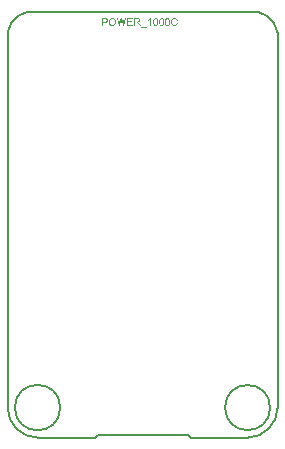
<source format=gbo>
G04*
G04 #@! TF.GenerationSoftware,Altium Limited,Altium Designer,20.2.5 (213)*
G04*
G04 Layer_Color=32896*
%FSLAX43Y43*%
%MOMM*%
G71*
G04*
G04 #@! TF.SameCoordinates,5171A944-556C-47A8-97AE-1EF1437A18D6*
G04*
G04*
G04 #@! TF.FilePolarity,Positive*
G04*
G01*
G75*
%ADD10C,0.127*%
G36*
X27322Y51041D02*
X27318Y51033D01*
X27307Y51017D01*
X27296Y51003D01*
X27290Y50996D01*
X27284Y50990D01*
X27279Y50984D01*
X27273Y50979D01*
X27269Y50974D01*
X27265Y50970D01*
X27261Y50967D01*
X27259Y50964D01*
X27257Y50963D01*
X27257Y50962D01*
X27238Y50947D01*
X27218Y50932D01*
X27199Y50919D01*
X27189Y50914D01*
X27181Y50908D01*
X27173Y50904D01*
X27165Y50900D01*
X27158Y50896D01*
X27153Y50893D01*
X27148Y50891D01*
X27144Y50889D01*
X27143Y50888D01*
X27142Y50888D01*
Y50812D01*
X27156Y50817D01*
X27170Y50824D01*
X27184Y50830D01*
X27197Y50837D01*
X27202Y50840D01*
X27208Y50843D01*
X27212Y50845D01*
X27216Y50848D01*
X27219Y50849D01*
X27222Y50851D01*
X27224Y50851D01*
X27224Y50852D01*
X27241Y50862D01*
X27248Y50867D01*
X27255Y50872D01*
X27262Y50877D01*
X27268Y50881D01*
X27273Y50886D01*
X27279Y50889D01*
X27283Y50893D01*
X27287Y50896D01*
X27291Y50900D01*
X27294Y50902D01*
X27296Y50904D01*
X27298Y50905D01*
X27298Y50906D01*
X27299Y50906D01*
Y50406D01*
X27377D01*
Y51048D01*
X27327D01*
X27322Y51041D01*
D02*
G37*
G36*
X24643Y50406D02*
X24731D01*
X24865Y50894D01*
X24869Y50906D01*
X24872Y50919D01*
X24875Y50931D01*
X24878Y50943D01*
X24879Y50948D01*
X24881Y50953D01*
X24882Y50957D01*
X24883Y50961D01*
X24883Y50964D01*
X24884Y50967D01*
X24884Y50968D01*
Y50968D01*
X24885Y50965D01*
X24886Y50961D01*
X24888Y50956D01*
X24889Y50951D01*
X24891Y50945D01*
X24892Y50939D01*
X24896Y50926D01*
X24898Y50919D01*
X24900Y50913D01*
X24901Y50908D01*
X24902Y50903D01*
X24903Y50899D01*
X24904Y50896D01*
X24905Y50894D01*
Y50894D01*
X25039Y50406D01*
X25121D01*
X25297Y51046D01*
X25211D01*
X25111Y50635D01*
X25107Y50620D01*
X25104Y50606D01*
X25101Y50593D01*
X25098Y50580D01*
X25095Y50568D01*
X25092Y50556D01*
X25090Y50545D01*
X25088Y50536D01*
X25086Y50527D01*
X25084Y50519D01*
X25083Y50512D01*
X25081Y50506D01*
X25080Y50502D01*
X25079Y50498D01*
X25079Y50496D01*
Y50496D01*
X25073Y50536D01*
X25065Y50575D01*
X25061Y50595D01*
X25056Y50614D01*
X25052Y50631D01*
X25048Y50649D01*
X25044Y50664D01*
X25041Y50678D01*
X25037Y50691D01*
X25036Y50697D01*
X25035Y50702D01*
X25033Y50706D01*
X25032Y50710D01*
X25031Y50714D01*
X25030Y50716D01*
X25030Y50719D01*
X25030Y50721D01*
X25029Y50722D01*
Y50722D01*
X24938Y51046D01*
X24835D01*
X24714Y50614D01*
X24714Y50612D01*
X24713Y50610D01*
X24712Y50604D01*
X24710Y50597D01*
X24708Y50589D01*
X24705Y50580D01*
X24703Y50569D01*
X24698Y50549D01*
X24695Y50539D01*
X24693Y50529D01*
X24691Y50520D01*
X24689Y50512D01*
X24687Y50505D01*
X24687Y50502D01*
X24686Y50500D01*
X24686Y50498D01*
Y50497D01*
X24685Y50496D01*
Y50496D01*
X24681Y50520D01*
X24676Y50544D01*
X24674Y50555D01*
X24671Y50566D01*
X24669Y50576D01*
X24667Y50585D01*
X24665Y50594D01*
X24663Y50602D01*
X24662Y50609D01*
X24661Y50615D01*
X24659Y50620D01*
X24659Y50624D01*
X24658Y50625D01*
Y50626D01*
X24561Y51046D01*
X24474D01*
X24643Y50406D01*
D02*
G37*
G36*
X29363Y51057D02*
X29348Y51055D01*
X29333Y51053D01*
X29319Y51051D01*
X29305Y51048D01*
X29292Y51045D01*
X29280Y51041D01*
X29269Y51038D01*
X29259Y51034D01*
X29250Y51031D01*
X29242Y51028D01*
X29236Y51024D01*
X29230Y51022D01*
X29227Y51020D01*
X29224Y51019D01*
X29223Y51018D01*
X29210Y51011D01*
X29198Y51002D01*
X29187Y50993D01*
X29177Y50984D01*
X29167Y50975D01*
X29158Y50966D01*
X29150Y50956D01*
X29143Y50947D01*
X29136Y50939D01*
X29130Y50931D01*
X29126Y50924D01*
X29122Y50918D01*
X29119Y50912D01*
X29117Y50908D01*
X29115Y50906D01*
X29115Y50905D01*
X29108Y50891D01*
X29102Y50876D01*
X29097Y50862D01*
X29093Y50847D01*
X29089Y50832D01*
X29086Y50817D01*
X29084Y50803D01*
X29081Y50790D01*
X29080Y50778D01*
X29079Y50766D01*
X29078Y50756D01*
X29077Y50747D01*
Y50741D01*
X29077Y50738D01*
Y50735D01*
Y50734D01*
Y50732D01*
Y50731D01*
Y50731D01*
X29077Y50714D01*
X29078Y50697D01*
X29080Y50681D01*
X29082Y50666D01*
X29085Y50650D01*
X29087Y50637D01*
X29091Y50623D01*
X29094Y50611D01*
X29097Y50600D01*
X29100Y50589D01*
X29103Y50581D01*
X29105Y50573D01*
X29107Y50567D01*
X29109Y50563D01*
X29110Y50560D01*
X29111Y50560D01*
Y50559D01*
X29117Y50545D01*
X29124Y50531D01*
X29132Y50519D01*
X29140Y50507D01*
X29148Y50496D01*
X29157Y50486D01*
X29165Y50477D01*
X29173Y50469D01*
X29180Y50461D01*
X29187Y50455D01*
X29193Y50450D01*
X29198Y50446D01*
X29203Y50442D01*
X29206Y50440D01*
X29208Y50438D01*
X29209Y50438D01*
X29222Y50430D01*
X29235Y50424D01*
X29249Y50418D01*
X29263Y50413D01*
X29277Y50410D01*
X29291Y50406D01*
X29304Y50403D01*
X29318Y50401D01*
X29330Y50399D01*
X29341Y50398D01*
X29351Y50397D01*
X29360Y50396D01*
X29367D01*
X29370Y50396D01*
X29377D01*
X29396Y50396D01*
X29413Y50398D01*
X29430Y50401D01*
X29446Y50404D01*
X29461Y50408D01*
X29475Y50413D01*
X29488Y50418D01*
X29499Y50423D01*
X29510Y50428D01*
X29519Y50433D01*
X29528Y50438D01*
X29534Y50442D01*
X29540Y50445D01*
X29543Y50448D01*
X29546Y50450D01*
X29546Y50450D01*
X29559Y50461D01*
X29571Y50473D01*
X29581Y50485D01*
X29591Y50498D01*
X29600Y50512D01*
X29608Y50525D01*
X29614Y50538D01*
X29620Y50551D01*
X29626Y50563D01*
X29631Y50574D01*
X29634Y50583D01*
X29638Y50592D01*
X29640Y50599D01*
X29641Y50602D01*
X29641Y50605D01*
X29642Y50606D01*
X29642Y50608D01*
X29643Y50609D01*
Y50609D01*
X29558Y50631D01*
X29554Y50616D01*
X29550Y50602D01*
X29546Y50589D01*
X29540Y50578D01*
X29535Y50567D01*
X29529Y50557D01*
X29523Y50548D01*
X29518Y50539D01*
X29513Y50533D01*
X29508Y50526D01*
X29503Y50521D01*
X29499Y50517D01*
X29496Y50513D01*
X29493Y50511D01*
X29491Y50509D01*
X29491Y50509D01*
X29481Y50502D01*
X29472Y50496D01*
X29461Y50490D01*
X29451Y50485D01*
X29441Y50482D01*
X29431Y50478D01*
X29421Y50476D01*
X29412Y50473D01*
X29404Y50471D01*
X29395Y50471D01*
X29388Y50470D01*
X29382Y50469D01*
X29377D01*
X29374Y50468D01*
X29370D01*
X29360Y50469D01*
X29349Y50470D01*
X29339Y50471D01*
X29329Y50473D01*
X29320Y50475D01*
X29310Y50478D01*
X29302Y50480D01*
X29294Y50484D01*
X29287Y50486D01*
X29281Y50489D01*
X29275Y50491D01*
X29271Y50494D01*
X29267Y50496D01*
X29264Y50497D01*
X29262Y50498D01*
X29262Y50498D01*
X29252Y50504D01*
X29244Y50511D01*
X29236Y50518D01*
X29229Y50525D01*
X29222Y50533D01*
X29216Y50540D01*
X29211Y50548D01*
X29206Y50555D01*
X29202Y50562D01*
X29198Y50568D01*
X29195Y50574D01*
X29192Y50579D01*
X29190Y50583D01*
X29189Y50586D01*
X29188Y50588D01*
X29188Y50589D01*
X29184Y50600D01*
X29180Y50612D01*
X29177Y50625D01*
X29174Y50637D01*
X29170Y50661D01*
X29168Y50672D01*
X29167Y50683D01*
X29166Y50693D01*
X29166Y50702D01*
X29165Y50710D01*
X29165Y50717D01*
X29164Y50723D01*
Y50728D01*
Y50730D01*
Y50731D01*
X29165Y50743D01*
X29165Y50755D01*
X29167Y50777D01*
X29169Y50788D01*
X29171Y50798D01*
X29173Y50808D01*
X29174Y50816D01*
X29176Y50825D01*
X29178Y50832D01*
X29179Y50839D01*
X29181Y50844D01*
X29182Y50848D01*
X29183Y50851D01*
X29184Y50854D01*
Y50854D01*
X29188Y50865D01*
X29193Y50876D01*
X29198Y50885D01*
X29203Y50894D01*
X29209Y50903D01*
X29215Y50911D01*
X29221Y50918D01*
X29226Y50924D01*
X29232Y50930D01*
X29237Y50935D01*
X29241Y50939D01*
X29246Y50943D01*
X29249Y50945D01*
X29251Y50948D01*
X29253Y50949D01*
X29253Y50949D01*
X29263Y50955D01*
X29273Y50961D01*
X29283Y50966D01*
X29294Y50970D01*
X29304Y50973D01*
X29314Y50976D01*
X29324Y50978D01*
X29334Y50980D01*
X29343Y50982D01*
X29351Y50983D01*
X29358Y50984D01*
X29365Y50984D01*
X29370Y50985D01*
X29377D01*
X29389Y50984D01*
X29400Y50983D01*
X29411Y50982D01*
X29421Y50980D01*
X29430Y50977D01*
X29439Y50974D01*
X29447Y50972D01*
X29454Y50969D01*
X29461Y50966D01*
X29467Y50963D01*
X29472Y50960D01*
X29476Y50958D01*
X29479Y50955D01*
X29481Y50954D01*
X29483Y50953D01*
X29483Y50953D01*
X29491Y50946D01*
X29498Y50939D01*
X29505Y50931D01*
X29511Y50924D01*
X29517Y50915D01*
X29522Y50906D01*
X29528Y50898D01*
X29532Y50890D01*
X29535Y50882D01*
X29539Y50875D01*
X29542Y50868D01*
X29544Y50863D01*
X29546Y50857D01*
X29547Y50854D01*
X29548Y50852D01*
X29548Y50851D01*
X29632Y50870D01*
X29626Y50887D01*
X29620Y50902D01*
X29614Y50916D01*
X29606Y50930D01*
X29599Y50942D01*
X29591Y50953D01*
X29583Y50963D01*
X29576Y50973D01*
X29569Y50981D01*
X29562Y50988D01*
X29556Y50994D01*
X29551Y50999D01*
X29546Y51003D01*
X29543Y51006D01*
X29541Y51008D01*
X29540Y51008D01*
X29528Y51017D01*
X29515Y51024D01*
X29501Y51031D01*
X29487Y51036D01*
X29474Y51041D01*
X29461Y51045D01*
X29448Y51048D01*
X29435Y51051D01*
X29423Y51053D01*
X29412Y51054D01*
X29403Y51056D01*
X29395Y51056D01*
X29388Y51057D01*
X29385Y51057D01*
X29379D01*
X29363Y51057D01*
D02*
G37*
G36*
X23241Y50406D02*
X23326D01*
Y50667D01*
X23502D01*
X23514Y50667D01*
X23525Y50668D01*
X23536Y50669D01*
X23547Y50670D01*
X23557Y50672D01*
X23576Y50675D01*
X23593Y50680D01*
X23609Y50685D01*
X23622Y50690D01*
X23634Y50695D01*
X23645Y50700D01*
X23653Y50705D01*
X23661Y50710D01*
X23667Y50714D01*
X23671Y50718D01*
X23675Y50721D01*
X23676Y50722D01*
X23677Y50723D01*
X23686Y50734D01*
X23694Y50745D01*
X23701Y50757D01*
X23707Y50768D01*
X23712Y50780D01*
X23716Y50791D01*
X23720Y50802D01*
X23723Y50813D01*
X23725Y50823D01*
X23726Y50832D01*
X23728Y50840D01*
X23728Y50847D01*
X23729Y50853D01*
X23729Y50857D01*
Y50860D01*
Y50861D01*
X23728Y50878D01*
X23726Y50894D01*
X23725Y50902D01*
X23723Y50909D01*
X23721Y50916D01*
X23719Y50922D01*
X23718Y50928D01*
X23716Y50933D01*
X23714Y50937D01*
X23713Y50941D01*
X23712Y50944D01*
X23711Y50946D01*
X23710Y50948D01*
X23710Y50948D01*
X23702Y50962D01*
X23694Y50974D01*
X23685Y50985D01*
X23681Y50990D01*
X23677Y50994D01*
X23673Y50998D01*
X23670Y51001D01*
X23666Y51004D01*
X23664Y51005D01*
X23662Y51007D01*
X23660Y51009D01*
X23659Y51009D01*
X23658Y51010D01*
X23646Y51017D01*
X23633Y51023D01*
X23620Y51029D01*
X23607Y51033D01*
X23601Y51035D01*
X23596Y51036D01*
X23591Y51037D01*
X23587Y51038D01*
X23584Y51039D01*
X23582Y51039D01*
X23580Y51040D01*
X23579D01*
X23573Y51041D01*
X23566Y51042D01*
X23550Y51043D01*
X23534Y51045D01*
X23518Y51045D01*
X23511Y51046D01*
X23504D01*
X23498Y51046D01*
X23241D01*
Y50406D01*
D02*
G37*
G36*
X25377D02*
X25854D01*
Y50482D01*
X25462D01*
Y50699D01*
X25815D01*
Y50775D01*
X25462D01*
Y50971D01*
X25839D01*
Y51046D01*
X25377D01*
Y50406D01*
D02*
G37*
G36*
X25973D02*
X26057D01*
Y50691D01*
X26167D01*
X26176Y50690D01*
X26185Y50690D01*
X26191Y50689D01*
X26196Y50688D01*
X26200Y50688D01*
X26202Y50687D01*
X26202D01*
X26210Y50685D01*
X26217Y50683D01*
X26223Y50680D01*
X26229Y50677D01*
X26234Y50674D01*
X26237Y50672D01*
X26240Y50671D01*
X26241Y50670D01*
X26248Y50665D01*
X26256Y50659D01*
X26262Y50651D01*
X26269Y50644D01*
X26275Y50638D01*
X26280Y50632D01*
X26281Y50630D01*
X26283Y50629D01*
X26283Y50628D01*
X26284Y50627D01*
X26288Y50621D01*
X26293Y50615D01*
X26304Y50601D01*
X26314Y50586D01*
X26323Y50572D01*
X26328Y50565D01*
X26332Y50559D01*
X26336Y50554D01*
X26339Y50549D01*
X26341Y50545D01*
X26343Y50542D01*
X26344Y50540D01*
X26345Y50539D01*
X26429Y50406D01*
X26535D01*
X26425Y50580D01*
X26412Y50599D01*
X26406Y50607D01*
X26400Y50615D01*
X26394Y50623D01*
X26388Y50630D01*
X26382Y50636D01*
X26377Y50642D01*
X26372Y50648D01*
X26368Y50652D01*
X26364Y50656D01*
X26361Y50660D01*
X26358Y50662D01*
X26356Y50664D01*
X26355Y50665D01*
X26354Y50666D01*
X26347Y50672D01*
X26339Y50677D01*
X26331Y50683D01*
X26323Y50687D01*
X26315Y50692D01*
X26312Y50693D01*
X26309Y50695D01*
X26307Y50696D01*
X26305Y50697D01*
X26304Y50698D01*
X26304D01*
X26320Y50700D01*
X26336Y50704D01*
X26350Y50708D01*
X26364Y50712D01*
X26376Y50717D01*
X26387Y50722D01*
X26397Y50727D01*
X26406Y50732D01*
X26414Y50737D01*
X26421Y50741D01*
X26427Y50746D01*
X26431Y50749D01*
X26435Y50753D01*
X26438Y50755D01*
X26439Y50756D01*
X26440Y50757D01*
X26447Y50765D01*
X26454Y50775D01*
X26460Y50784D01*
X26465Y50794D01*
X26470Y50804D01*
X26473Y50814D01*
X26476Y50823D01*
X26478Y50832D01*
X26480Y50840D01*
X26482Y50847D01*
X26483Y50854D01*
X26483Y50860D01*
Y50865D01*
X26484Y50869D01*
Y50870D01*
Y50871D01*
X26483Y50881D01*
X26483Y50891D01*
X26482Y50900D01*
X26480Y50909D01*
X26478Y50917D01*
X26476Y50925D01*
X26473Y50932D01*
X26470Y50939D01*
X26468Y50945D01*
X26465Y50951D01*
X26463Y50956D01*
X26461Y50960D01*
X26459Y50963D01*
X26458Y50966D01*
X26458Y50967D01*
X26457Y50968D01*
X26452Y50975D01*
X26446Y50983D01*
X26440Y50989D01*
X26435Y50996D01*
X26429Y51001D01*
X26423Y51006D01*
X26417Y51011D01*
X26411Y51015D01*
X26406Y51018D01*
X26401Y51021D01*
X26397Y51023D01*
X26393Y51025D01*
X26390Y51027D01*
X26388Y51028D01*
X26386Y51029D01*
X26386D01*
X26377Y51032D01*
X26367Y51035D01*
X26357Y51037D01*
X26347Y51039D01*
X26325Y51042D01*
X26315Y51043D01*
X26305Y51044D01*
X26294Y51045D01*
X26286Y51045D01*
X26277Y51046D01*
X26270D01*
X26264Y51046D01*
X25973D01*
Y50406D01*
D02*
G37*
G36*
X24105Y51057D02*
X24093Y51056D01*
X24080Y51055D01*
X24069Y51053D01*
X24047Y51049D01*
X24025Y51043D01*
X24006Y51036D01*
X23988Y51029D01*
X23971Y51021D01*
X23956Y51012D01*
X23943Y51004D01*
X23931Y50996D01*
X23921Y50988D01*
X23912Y50981D01*
X23905Y50975D01*
X23903Y50973D01*
X23901Y50971D01*
X23899Y50969D01*
X23897Y50968D01*
X23897Y50968D01*
X23897Y50967D01*
X23889Y50958D01*
X23881Y50949D01*
X23875Y50940D01*
X23868Y50931D01*
X23857Y50911D01*
X23847Y50890D01*
X23839Y50869D01*
X23832Y50849D01*
X23826Y50828D01*
X23822Y50808D01*
X23818Y50790D01*
X23816Y50773D01*
X23815Y50765D01*
X23814Y50758D01*
X23813Y50751D01*
X23812Y50744D01*
X23812Y50738D01*
X23811Y50733D01*
Y50729D01*
X23811Y50725D01*
Y50722D01*
Y50720D01*
Y50718D01*
Y50718D01*
X23811Y50702D01*
X23812Y50687D01*
X23814Y50672D01*
X23817Y50657D01*
X23819Y50643D01*
X23823Y50631D01*
X23826Y50618D01*
X23829Y50606D01*
X23833Y50596D01*
X23836Y50587D01*
X23839Y50578D01*
X23842Y50571D01*
X23844Y50565D01*
X23846Y50561D01*
X23847Y50559D01*
X23848Y50558D01*
X23855Y50544D01*
X23863Y50531D01*
X23871Y50519D01*
X23880Y50508D01*
X23889Y50497D01*
X23897Y50487D01*
X23907Y50478D01*
X23915Y50470D01*
X23923Y50463D01*
X23931Y50457D01*
X23938Y50452D01*
X23944Y50447D01*
X23948Y50444D01*
X23952Y50441D01*
X23954Y50440D01*
X23955Y50439D01*
X23969Y50431D01*
X23983Y50425D01*
X23997Y50419D01*
X24011Y50414D01*
X24024Y50410D01*
X24038Y50406D01*
X24050Y50404D01*
X24063Y50401D01*
X24074Y50399D01*
X24085Y50398D01*
X24094Y50397D01*
X24102Y50397D01*
X24108Y50396D01*
X24113Y50396D01*
X24117D01*
X24132Y50396D01*
X24148Y50398D01*
X24162Y50399D01*
X24176Y50402D01*
X24190Y50405D01*
X24203Y50408D01*
X24215Y50412D01*
X24226Y50416D01*
X24236Y50419D01*
X24245Y50422D01*
X24253Y50426D01*
X24260Y50429D01*
X24265Y50431D01*
X24269Y50433D01*
X24271Y50435D01*
X24272Y50435D01*
X24285Y50443D01*
X24298Y50451D01*
X24309Y50460D01*
X24320Y50470D01*
X24330Y50479D01*
X24339Y50489D01*
X24348Y50498D01*
X24355Y50508D01*
X24362Y50516D01*
X24368Y50525D01*
X24373Y50532D01*
X24376Y50539D01*
X24380Y50544D01*
X24382Y50548D01*
X24383Y50550D01*
X24384Y50551D01*
X24391Y50566D01*
X24397Y50581D01*
X24402Y50595D01*
X24406Y50611D01*
X24410Y50625D01*
X24413Y50640D01*
X24416Y50654D01*
X24418Y50667D01*
X24420Y50679D01*
X24421Y50691D01*
X24422Y50700D01*
X24423Y50709D01*
Y50716D01*
X24423Y50719D01*
Y50721D01*
Y50723D01*
Y50724D01*
Y50725D01*
Y50725D01*
X24423Y50743D01*
X24422Y50760D01*
X24420Y50777D01*
X24417Y50792D01*
X24414Y50808D01*
X24411Y50821D01*
X24408Y50835D01*
X24405Y50847D01*
X24401Y50858D01*
X24398Y50868D01*
X24394Y50876D01*
X24392Y50883D01*
X24389Y50889D01*
X24387Y50894D01*
X24386Y50896D01*
X24386Y50897D01*
X24378Y50911D01*
X24370Y50924D01*
X24362Y50936D01*
X24353Y50947D01*
X24344Y50958D01*
X24335Y50968D01*
X24326Y50976D01*
X24317Y50984D01*
X24309Y50991D01*
X24301Y50998D01*
X24295Y51003D01*
X24289Y51007D01*
X24284Y51011D01*
X24280Y51013D01*
X24278Y51014D01*
X24277Y51015D01*
X24264Y51022D01*
X24250Y51029D01*
X24236Y51035D01*
X24222Y51039D01*
X24209Y51043D01*
X24195Y51047D01*
X24182Y51050D01*
X24170Y51052D01*
X24159Y51053D01*
X24149Y51055D01*
X24140Y51056D01*
X24132Y51057D01*
X24126D01*
X24121Y51057D01*
X24117D01*
X24105Y51057D01*
D02*
G37*
G36*
X27774Y51048D02*
X27762Y51047D01*
X27751Y51045D01*
X27739Y51042D01*
X27729Y51040D01*
X27720Y51036D01*
X27711Y51033D01*
X27703Y51030D01*
X27696Y51026D01*
X27690Y51023D01*
X27684Y51020D01*
X27679Y51017D01*
X27676Y51015D01*
X27673Y51013D01*
X27671Y51011D01*
X27671Y51011D01*
X27663Y51004D01*
X27655Y50996D01*
X27647Y50987D01*
X27641Y50979D01*
X27635Y50970D01*
X27629Y50961D01*
X27623Y50952D01*
X27619Y50943D01*
X27615Y50936D01*
X27611Y50928D01*
X27609Y50921D01*
X27606Y50916D01*
X27604Y50911D01*
X27603Y50907D01*
X27602Y50905D01*
X27602Y50904D01*
X27598Y50891D01*
X27594Y50876D01*
X27591Y50862D01*
X27588Y50846D01*
X27584Y50816D01*
X27583Y50801D01*
X27581Y50787D01*
X27580Y50773D01*
X27580Y50761D01*
X27580Y50750D01*
X27579Y50741D01*
Y50736D01*
X27579Y50733D01*
Y50729D01*
Y50727D01*
Y50724D01*
Y50723D01*
Y50722D01*
Y50722D01*
Y50705D01*
X27580Y50689D01*
X27580Y50674D01*
X27581Y50659D01*
X27583Y50644D01*
X27585Y50631D01*
X27586Y50618D01*
X27588Y50605D01*
X27591Y50593D01*
X27593Y50582D01*
X27596Y50570D01*
X27598Y50560D01*
X27601Y50550D01*
X27604Y50541D01*
X27607Y50532D01*
X27610Y50524D01*
X27613Y50516D01*
X27616Y50509D01*
X27619Y50502D01*
X27622Y50496D01*
X27624Y50490D01*
X27627Y50485D01*
X27629Y50481D01*
X27632Y50477D01*
X27634Y50473D01*
X27635Y50470D01*
X27637Y50467D01*
X27639Y50465D01*
X27640Y50464D01*
X27641Y50462D01*
X27641Y50462D01*
Y50461D01*
X27652Y50450D01*
X27663Y50440D01*
X27674Y50431D01*
X27686Y50423D01*
X27699Y50417D01*
X27711Y50412D01*
X27722Y50407D01*
X27734Y50404D01*
X27745Y50401D01*
X27755Y50399D01*
X27764Y50398D01*
X27772Y50397D01*
X27778Y50396D01*
X27783Y50396D01*
X27787D01*
X27800Y50396D01*
X27812Y50398D01*
X27824Y50399D01*
X27835Y50402D01*
X27845Y50404D01*
X27854Y50408D01*
X27863Y50411D01*
X27871Y50415D01*
X27878Y50418D01*
X27885Y50421D01*
X27890Y50424D01*
X27894Y50427D01*
X27898Y50430D01*
X27900Y50432D01*
X27902Y50433D01*
X27903Y50433D01*
X27911Y50441D01*
X27919Y50448D01*
X27926Y50457D01*
X27933Y50465D01*
X27939Y50475D01*
X27945Y50484D01*
X27950Y50492D01*
X27955Y50501D01*
X27959Y50508D01*
X27962Y50516D01*
X27965Y50523D01*
X27968Y50528D01*
X27970Y50533D01*
X27971Y50537D01*
X27972Y50539D01*
X27972Y50540D01*
X27976Y50553D01*
X27980Y50568D01*
X27983Y50582D01*
X27986Y50598D01*
X27990Y50628D01*
X27991Y50643D01*
X27993Y50657D01*
X27994Y50670D01*
X27994Y50682D01*
X27995Y50693D01*
X27995Y50703D01*
Y50707D01*
X27996Y50711D01*
Y50714D01*
Y50716D01*
Y50719D01*
Y50720D01*
Y50721D01*
Y50722D01*
Y50739D01*
X27995Y50755D01*
X27994Y50771D01*
X27993Y50785D01*
X27992Y50799D01*
X27991Y50811D01*
X27990Y50823D01*
X27988Y50833D01*
X27987Y50842D01*
X27985Y50850D01*
X27984Y50857D01*
X27983Y50863D01*
X27982Y50867D01*
X27981Y50870D01*
X27981Y50872D01*
Y50873D01*
X27978Y50883D01*
X27975Y50893D01*
X27972Y50902D01*
X27969Y50911D01*
X27965Y50919D01*
X27962Y50927D01*
X27959Y50935D01*
X27955Y50941D01*
X27953Y50947D01*
X27950Y50952D01*
X27947Y50957D01*
X27945Y50961D01*
X27943Y50963D01*
X27942Y50966D01*
X27941Y50967D01*
X27941Y50968D01*
X27931Y50981D01*
X27921Y50993D01*
X27910Y51004D01*
X27900Y51012D01*
X27895Y51016D01*
X27891Y51019D01*
X27887Y51022D01*
X27884Y51024D01*
X27881Y51025D01*
X27879Y51027D01*
X27878Y51028D01*
X27877D01*
X27870Y51031D01*
X27862Y51035D01*
X27847Y51040D01*
X27831Y51043D01*
X27818Y51046D01*
X27811Y51047D01*
X27806Y51047D01*
X27800Y51048D01*
X27796D01*
X27792Y51048D01*
X27787D01*
X27774Y51048D01*
D02*
G37*
G36*
X28271D02*
X28259Y51047D01*
X28247Y51045D01*
X28236Y51042D01*
X28226Y51040D01*
X28217Y51036D01*
X28208Y51033D01*
X28200Y51030D01*
X28192Y51026D01*
X28186Y51023D01*
X28181Y51020D01*
X28176Y51017D01*
X28173Y51015D01*
X28170Y51013D01*
X28168Y51011D01*
X28168Y51011D01*
X28160Y51004D01*
X28152Y50996D01*
X28144Y50987D01*
X28137Y50979D01*
X28131Y50970D01*
X28126Y50961D01*
X28120Y50952D01*
X28116Y50943D01*
X28112Y50936D01*
X28108Y50928D01*
X28106Y50921D01*
X28103Y50916D01*
X28101Y50911D01*
X28100Y50907D01*
X28099Y50905D01*
X28099Y50904D01*
X28094Y50891D01*
X28091Y50876D01*
X28088Y50862D01*
X28085Y50846D01*
X28081Y50816D01*
X28080Y50801D01*
X28078Y50787D01*
X28077Y50773D01*
X28077Y50761D01*
X28076Y50750D01*
X28076Y50741D01*
Y50736D01*
X28076Y50733D01*
Y50729D01*
Y50727D01*
Y50724D01*
Y50723D01*
Y50722D01*
Y50722D01*
Y50705D01*
X28076Y50689D01*
X28077Y50674D01*
X28078Y50659D01*
X28080Y50644D01*
X28082Y50631D01*
X28083Y50618D01*
X28085Y50605D01*
X28088Y50593D01*
X28090Y50582D01*
X28093Y50570D01*
X28095Y50560D01*
X28098Y50550D01*
X28101Y50541D01*
X28104Y50532D01*
X28107Y50524D01*
X28110Y50516D01*
X28113Y50509D01*
X28116Y50502D01*
X28119Y50496D01*
X28121Y50490D01*
X28124Y50485D01*
X28126Y50481D01*
X28129Y50477D01*
X28131Y50473D01*
X28132Y50470D01*
X28134Y50467D01*
X28136Y50465D01*
X28137Y50464D01*
X28138Y50462D01*
X28138Y50462D01*
Y50461D01*
X28149Y50450D01*
X28160Y50440D01*
X28171Y50431D01*
X28183Y50423D01*
X28196Y50417D01*
X28208Y50412D01*
X28219Y50407D01*
X28231Y50404D01*
X28242Y50401D01*
X28252Y50399D01*
X28261Y50398D01*
X28269Y50397D01*
X28275Y50396D01*
X28280Y50396D01*
X28284D01*
X28297Y50396D01*
X28309Y50398D01*
X28321Y50399D01*
X28332Y50402D01*
X28342Y50404D01*
X28351Y50408D01*
X28360Y50411D01*
X28368Y50415D01*
X28375Y50418D01*
X28382Y50421D01*
X28387Y50424D01*
X28391Y50427D01*
X28395Y50430D01*
X28397Y50432D01*
X28399Y50433D01*
X28400Y50433D01*
X28408Y50441D01*
X28416Y50448D01*
X28423Y50457D01*
X28430Y50465D01*
X28436Y50475D01*
X28442Y50484D01*
X28447Y50492D01*
X28452Y50501D01*
X28456Y50508D01*
X28459Y50516D01*
X28462Y50523D01*
X28465Y50528D01*
X28467Y50533D01*
X28468Y50537D01*
X28468Y50539D01*
X28469Y50540D01*
X28473Y50553D01*
X28477Y50568D01*
X28480Y50582D01*
X28483Y50598D01*
X28487Y50628D01*
X28488Y50643D01*
X28490Y50657D01*
X28491Y50670D01*
X28491Y50682D01*
X28492Y50693D01*
X28492Y50703D01*
Y50707D01*
X28493Y50711D01*
Y50714D01*
Y50716D01*
Y50719D01*
Y50720D01*
Y50721D01*
Y50722D01*
Y50739D01*
X28492Y50755D01*
X28491Y50771D01*
X28490Y50785D01*
X28489Y50799D01*
X28488Y50811D01*
X28486Y50823D01*
X28485Y50833D01*
X28484Y50842D01*
X28482Y50850D01*
X28481Y50857D01*
X28480Y50863D01*
X28479Y50867D01*
X28478Y50870D01*
X28478Y50872D01*
Y50873D01*
X28475Y50883D01*
X28472Y50893D01*
X28469Y50902D01*
X28466Y50911D01*
X28462Y50919D01*
X28459Y50927D01*
X28456Y50935D01*
X28452Y50941D01*
X28450Y50947D01*
X28447Y50952D01*
X28444Y50957D01*
X28442Y50961D01*
X28440Y50963D01*
X28439Y50966D01*
X28438Y50967D01*
X28438Y50968D01*
X28428Y50981D01*
X28418Y50993D01*
X28407Y51004D01*
X28397Y51012D01*
X28392Y51016D01*
X28388Y51019D01*
X28384Y51022D01*
X28381Y51024D01*
X28378Y51025D01*
X28376Y51027D01*
X28375Y51028D01*
X28374D01*
X28367Y51031D01*
X28359Y51035D01*
X28344Y51040D01*
X28328Y51043D01*
X28315Y51046D01*
X28308Y51047D01*
X28302Y51047D01*
X28297Y51048D01*
X28293D01*
X28289Y51048D01*
X28284D01*
X28271Y51048D01*
D02*
G37*
G36*
X28768D02*
X28756Y51047D01*
X28744Y51045D01*
X28733Y51042D01*
X28723Y51040D01*
X28713Y51036D01*
X28705Y51033D01*
X28697Y51030D01*
X28689Y51026D01*
X28683Y51023D01*
X28678Y51020D01*
X28673Y51017D01*
X28670Y51015D01*
X28667Y51013D01*
X28665Y51011D01*
X28665Y51011D01*
X28657Y51004D01*
X28649Y50996D01*
X28641Y50987D01*
X28634Y50979D01*
X28628Y50970D01*
X28623Y50961D01*
X28617Y50952D01*
X28613Y50943D01*
X28609Y50936D01*
X28605Y50928D01*
X28603Y50921D01*
X28600Y50916D01*
X28598Y50911D01*
X28597Y50907D01*
X28596Y50905D01*
X28596Y50904D01*
X28591Y50891D01*
X28588Y50876D01*
X28585Y50862D01*
X28582Y50846D01*
X28578Y50816D01*
X28577Y50801D01*
X28575Y50787D01*
X28574Y50773D01*
X28574Y50761D01*
X28573Y50750D01*
X28573Y50741D01*
Y50736D01*
X28572Y50733D01*
Y50729D01*
Y50727D01*
Y50724D01*
Y50723D01*
Y50722D01*
Y50722D01*
Y50705D01*
X28573Y50689D01*
X28574Y50674D01*
X28575Y50659D01*
X28577Y50644D01*
X28578Y50631D01*
X28580Y50618D01*
X28582Y50605D01*
X28584Y50593D01*
X28587Y50582D01*
X28590Y50570D01*
X28592Y50560D01*
X28595Y50550D01*
X28598Y50541D01*
X28601Y50532D01*
X28604Y50524D01*
X28607Y50516D01*
X28610Y50509D01*
X28613Y50502D01*
X28615Y50496D01*
X28618Y50490D01*
X28621Y50485D01*
X28623Y50481D01*
X28626Y50477D01*
X28627Y50473D01*
X28629Y50470D01*
X28631Y50467D01*
X28633Y50465D01*
X28634Y50464D01*
X28635Y50462D01*
X28635Y50462D01*
Y50461D01*
X28646Y50450D01*
X28657Y50440D01*
X28668Y50431D01*
X28680Y50423D01*
X28693Y50417D01*
X28705Y50412D01*
X28716Y50407D01*
X28728Y50404D01*
X28739Y50401D01*
X28749Y50399D01*
X28758Y50398D01*
X28766Y50397D01*
X28772Y50396D01*
X28777Y50396D01*
X28781D01*
X28794Y50396D01*
X28806Y50398D01*
X28817Y50399D01*
X28829Y50402D01*
X28839Y50404D01*
X28848Y50408D01*
X28857Y50411D01*
X28865Y50415D01*
X28872Y50418D01*
X28878Y50421D01*
X28884Y50424D01*
X28888Y50427D01*
X28892Y50430D01*
X28894Y50432D01*
X28896Y50433D01*
X28897Y50433D01*
X28905Y50441D01*
X28913Y50448D01*
X28920Y50457D01*
X28927Y50465D01*
X28933Y50475D01*
X28939Y50484D01*
X28944Y50492D01*
X28949Y50501D01*
X28952Y50508D01*
X28956Y50516D01*
X28959Y50523D01*
X28962Y50528D01*
X28964Y50533D01*
X28965Y50537D01*
X28965Y50539D01*
X28966Y50540D01*
X28970Y50553D01*
X28974Y50568D01*
X28977Y50582D01*
X28980Y50598D01*
X28984Y50628D01*
X28985Y50643D01*
X28987Y50657D01*
X28988Y50670D01*
X28988Y50682D01*
X28989Y50693D01*
X28989Y50703D01*
Y50707D01*
X28989Y50711D01*
Y50714D01*
Y50716D01*
Y50719D01*
Y50720D01*
Y50721D01*
Y50722D01*
Y50739D01*
X28989Y50755D01*
X28988Y50771D01*
X28987Y50785D01*
X28986Y50799D01*
X28985Y50811D01*
X28983Y50823D01*
X28982Y50833D01*
X28981Y50842D01*
X28979Y50850D01*
X28978Y50857D01*
X28977Y50863D01*
X28976Y50867D01*
X28975Y50870D01*
X28975Y50872D01*
Y50873D01*
X28972Y50883D01*
X28969Y50893D01*
X28966Y50902D01*
X28963Y50911D01*
X28959Y50919D01*
X28956Y50927D01*
X28952Y50935D01*
X28949Y50941D01*
X28946Y50947D01*
X28944Y50952D01*
X28941Y50957D01*
X28939Y50961D01*
X28937Y50963D01*
X28936Y50966D01*
X28935Y50967D01*
X28935Y50968D01*
X28925Y50981D01*
X28915Y50993D01*
X28904Y51004D01*
X28894Y51012D01*
X28889Y51016D01*
X28885Y51019D01*
X28881Y51022D01*
X28878Y51024D01*
X28875Y51025D01*
X28873Y51027D01*
X28872Y51028D01*
X28871D01*
X28864Y51031D01*
X28856Y51035D01*
X28841Y51040D01*
X28825Y51043D01*
X28811Y51046D01*
X28805Y51047D01*
X28799Y51047D01*
X28794Y51048D01*
X28790D01*
X28786Y51048D01*
X28781D01*
X28768Y51048D01*
D02*
G37*
G36*
X26534Y50229D02*
X27055D01*
Y50286D01*
X26534D01*
Y50229D01*
D02*
G37*
%LPC*%
G36*
X23326Y50971D02*
X23499D01*
X23509Y50970D01*
X23517D01*
X23525Y50970D01*
X23533Y50969D01*
X23539Y50969D01*
X23545Y50968D01*
X23550Y50968D01*
X23554Y50967D01*
X23558Y50967D01*
X23561Y50966D01*
X23564Y50966D01*
X23566Y50965D01*
X23567D01*
X23567Y50965D01*
X23568D01*
X23580Y50961D01*
X23590Y50955D01*
X23599Y50949D01*
X23607Y50943D01*
X23613Y50937D01*
X23618Y50931D01*
X23619Y50930D01*
X23621Y50928D01*
X23621Y50927D01*
Y50927D01*
X23625Y50921D01*
X23628Y50916D01*
X23633Y50904D01*
X23637Y50893D01*
X23639Y50882D01*
X23640Y50877D01*
X23641Y50873D01*
X23641Y50869D01*
Y50865D01*
X23642Y50862D01*
Y50860D01*
Y50859D01*
Y50858D01*
X23641Y50848D01*
X23640Y50839D01*
X23639Y50830D01*
X23636Y50821D01*
X23634Y50814D01*
X23631Y50807D01*
X23628Y50801D01*
X23625Y50795D01*
X23621Y50790D01*
X23618Y50785D01*
X23615Y50781D01*
X23613Y50778D01*
X23610Y50776D01*
X23609Y50774D01*
X23608Y50773D01*
X23607Y50772D01*
X23600Y50767D01*
X23592Y50762D01*
X23584Y50758D01*
X23574Y50755D01*
X23565Y50752D01*
X23555Y50749D01*
X23536Y50746D01*
X23527Y50745D01*
X23518Y50744D01*
X23511Y50743D01*
X23504Y50742D01*
X23498Y50742D01*
X23326D01*
Y50971D01*
D02*
G37*
G36*
X26057Y50975D02*
X26259D01*
X26272Y50975D01*
X26284Y50974D01*
X26295Y50973D01*
X26305Y50971D01*
X26315Y50968D01*
X26323Y50966D01*
X26331Y50963D01*
X26338Y50961D01*
X26344Y50958D01*
X26349Y50955D01*
X26354Y50953D01*
X26357Y50950D01*
X26360Y50949D01*
X26362Y50947D01*
X26363Y50946D01*
X26363Y50946D01*
X26369Y50940D01*
X26374Y50934D01*
X26378Y50928D01*
X26383Y50922D01*
X26386Y50916D01*
X26388Y50909D01*
X26391Y50903D01*
X26392Y50898D01*
X26394Y50892D01*
X26395Y50887D01*
X26396Y50883D01*
X26396Y50879D01*
X26397Y50876D01*
Y50873D01*
Y50872D01*
Y50871D01*
X26396Y50860D01*
X26394Y50849D01*
X26391Y50839D01*
X26388Y50831D01*
X26385Y50824D01*
X26384Y50821D01*
X26382Y50819D01*
X26381Y50817D01*
X26380Y50815D01*
X26379Y50814D01*
Y50814D01*
X26372Y50805D01*
X26365Y50797D01*
X26356Y50790D01*
X26348Y50785D01*
X26341Y50781D01*
X26338Y50779D01*
X26335Y50778D01*
X26333Y50777D01*
X26331Y50776D01*
X26330Y50776D01*
X26329D01*
X26323Y50774D01*
X26317Y50772D01*
X26302Y50769D01*
X26287Y50767D01*
X26272Y50765D01*
X26265Y50765D01*
X26259Y50765D01*
X26253D01*
X26249Y50764D01*
X26057D01*
Y50975D01*
D02*
G37*
G36*
X24113Y50984D02*
X24117D01*
X24129Y50984D01*
X24141Y50983D01*
X24152Y50981D01*
X24162Y50979D01*
X24172Y50977D01*
X24181Y50974D01*
X24190Y50971D01*
X24198Y50968D01*
X24206Y50965D01*
X24212Y50962D01*
X24218Y50959D01*
X24223Y50957D01*
X24227Y50955D01*
X24229Y50953D01*
X24231Y50952D01*
X24232Y50952D01*
X24241Y50945D01*
X24250Y50939D01*
X24258Y50931D01*
X24265Y50924D01*
X24272Y50917D01*
X24278Y50909D01*
X24284Y50902D01*
X24289Y50895D01*
X24294Y50888D01*
X24298Y50882D01*
X24301Y50876D01*
X24304Y50871D01*
X24306Y50867D01*
X24307Y50864D01*
X24308Y50862D01*
X24309Y50862D01*
X24313Y50851D01*
X24318Y50839D01*
X24321Y50827D01*
X24325Y50816D01*
X24327Y50804D01*
X24329Y50793D01*
X24331Y50782D01*
X24332Y50772D01*
X24333Y50762D01*
X24334Y50753D01*
X24335Y50746D01*
X24335Y50739D01*
X24336Y50733D01*
Y50729D01*
Y50727D01*
Y50726D01*
X24335Y50703D01*
X24333Y50682D01*
X24330Y50662D01*
X24326Y50644D01*
X24321Y50627D01*
X24316Y50611D01*
X24311Y50597D01*
X24305Y50584D01*
X24299Y50573D01*
X24293Y50563D01*
X24288Y50555D01*
X24283Y50548D01*
X24279Y50542D01*
X24277Y50539D01*
X24275Y50536D01*
X24274Y50535D01*
X24262Y50524D01*
X24249Y50513D01*
X24236Y50504D01*
X24223Y50496D01*
X24210Y50490D01*
X24197Y50484D01*
X24184Y50480D01*
X24172Y50477D01*
X24160Y50474D01*
X24150Y50472D01*
X24141Y50470D01*
X24132Y50469D01*
X24126Y50469D01*
X24123D01*
X24121Y50468D01*
X24117D01*
X24099Y50469D01*
X24083Y50471D01*
X24067Y50474D01*
X24053Y50478D01*
X24039Y50484D01*
X24026Y50489D01*
X24014Y50495D01*
X24003Y50502D01*
X23994Y50508D01*
X23985Y50514D01*
X23978Y50519D01*
X23971Y50524D01*
X23967Y50528D01*
X23963Y50532D01*
X23961Y50533D01*
X23960Y50534D01*
X23949Y50547D01*
X23940Y50561D01*
X23932Y50576D01*
X23925Y50591D01*
X23919Y50606D01*
X23914Y50621D01*
X23909Y50636D01*
X23906Y50650D01*
X23903Y50664D01*
X23902Y50676D01*
X23900Y50688D01*
X23899Y50698D01*
X23899Y50702D01*
Y50705D01*
Y50709D01*
X23898Y50711D01*
Y50714D01*
Y50715D01*
Y50716D01*
Y50716D01*
Y50730D01*
X23899Y50742D01*
X23900Y50755D01*
X23901Y50767D01*
X23903Y50778D01*
X23904Y50789D01*
X23909Y50809D01*
X23914Y50828D01*
X23919Y50845D01*
X23925Y50860D01*
X23931Y50874D01*
X23937Y50885D01*
X23943Y50895D01*
X23948Y50904D01*
X23953Y50910D01*
X23957Y50916D01*
X23960Y50919D01*
X23962Y50921D01*
X23963Y50922D01*
X23976Y50933D01*
X23989Y50943D01*
X24001Y50951D01*
X24014Y50958D01*
X24028Y50964D01*
X24040Y50969D01*
X24053Y50973D01*
X24065Y50976D01*
X24075Y50979D01*
X24086Y50981D01*
X24095Y50982D01*
X24103Y50983D01*
X24109Y50984D01*
X24113Y50984D01*
D02*
G37*
G36*
X27784Y50983D02*
X27786D01*
X27796Y50983D01*
X27806Y50981D01*
X27815Y50979D01*
X27824Y50975D01*
X27832Y50971D01*
X27839Y50967D01*
X27846Y50962D01*
X27853Y50957D01*
X27858Y50952D01*
X27863Y50948D01*
X27868Y50943D01*
X27871Y50939D01*
X27874Y50936D01*
X27876Y50933D01*
X27877Y50931D01*
X27878Y50931D01*
X27881Y50926D01*
X27884Y50920D01*
X27887Y50914D01*
X27890Y50907D01*
X27895Y50893D01*
X27899Y50876D01*
X27903Y50859D01*
X27906Y50842D01*
X27908Y50824D01*
X27910Y50807D01*
X27911Y50790D01*
X27913Y50774D01*
X27914Y50760D01*
Y50753D01*
X27914Y50747D01*
Y50741D01*
X27915Y50736D01*
Y50732D01*
Y50729D01*
Y50726D01*
Y50723D01*
Y50722D01*
Y50722D01*
Y50707D01*
X27914Y50693D01*
X27914Y50680D01*
X27913Y50667D01*
X27912Y50655D01*
X27911Y50644D01*
X27910Y50633D01*
X27909Y50623D01*
X27908Y50612D01*
X27906Y50603D01*
X27904Y50594D01*
X27903Y50586D01*
X27901Y50578D01*
X27899Y50571D01*
X27898Y50564D01*
X27896Y50558D01*
X27893Y50546D01*
X27889Y50537D01*
X27886Y50529D01*
X27884Y50523D01*
X27881Y50518D01*
X27879Y50515D01*
X27878Y50513D01*
X27878Y50512D01*
X27871Y50503D01*
X27863Y50495D01*
X27855Y50488D01*
X27848Y50482D01*
X27840Y50477D01*
X27833Y50473D01*
X27825Y50470D01*
X27819Y50467D01*
X27812Y50465D01*
X27806Y50463D01*
X27800Y50462D01*
X27796Y50461D01*
X27792Y50461D01*
X27789Y50460D01*
X27787D01*
X27777Y50461D01*
X27768Y50463D01*
X27758Y50465D01*
X27750Y50469D01*
X27742Y50472D01*
X27734Y50477D01*
X27727Y50482D01*
X27721Y50486D01*
X27715Y50491D01*
X27711Y50496D01*
X27706Y50500D01*
X27702Y50504D01*
X27700Y50508D01*
X27698Y50510D01*
X27696Y50512D01*
X27696Y50512D01*
X27693Y50517D01*
X27690Y50523D01*
X27687Y50529D01*
X27684Y50536D01*
X27679Y50551D01*
X27675Y50567D01*
X27671Y50584D01*
X27668Y50601D01*
X27666Y50619D01*
X27664Y50637D01*
X27663Y50653D01*
X27661Y50669D01*
X27660Y50684D01*
Y50690D01*
X27660Y50696D01*
Y50702D01*
Y50707D01*
X27659Y50711D01*
Y50715D01*
Y50718D01*
Y50720D01*
Y50721D01*
Y50722D01*
Y50736D01*
X27660Y50750D01*
X27660Y50763D01*
X27661Y50776D01*
X27662Y50788D01*
X27663Y50800D01*
X27665Y50811D01*
X27666Y50821D01*
X27667Y50832D01*
X27669Y50841D01*
X27671Y50851D01*
X27672Y50859D01*
X27674Y50867D01*
X27676Y50875D01*
X27677Y50882D01*
X27680Y50888D01*
X27684Y50900D01*
X27687Y50911D01*
X27690Y50919D01*
X27693Y50926D01*
X27696Y50931D01*
X27698Y50935D01*
X27699Y50937D01*
X27700Y50937D01*
X27706Y50945D01*
X27713Y50953D01*
X27720Y50959D01*
X27727Y50964D01*
X27734Y50968D01*
X27741Y50972D01*
X27748Y50975D01*
X27755Y50978D01*
X27762Y50980D01*
X27767Y50981D01*
X27773Y50982D01*
X27777Y50982D01*
X27781Y50983D01*
X27784Y50983D01*
D02*
G37*
G36*
X28281D02*
X28283D01*
X28293Y50983D01*
X28303Y50981D01*
X28312Y50979D01*
X28321Y50975D01*
X28329Y50971D01*
X28336Y50967D01*
X28343Y50962D01*
X28350Y50957D01*
X28355Y50952D01*
X28360Y50948D01*
X28364Y50943D01*
X28368Y50939D01*
X28371Y50936D01*
X28373Y50933D01*
X28374Y50931D01*
X28375Y50931D01*
X28378Y50926D01*
X28381Y50920D01*
X28384Y50914D01*
X28387Y50907D01*
X28392Y50893D01*
X28396Y50876D01*
X28400Y50859D01*
X28403Y50842D01*
X28405Y50824D01*
X28407Y50807D01*
X28408Y50790D01*
X28410Y50774D01*
X28411Y50760D01*
Y50753D01*
X28411Y50747D01*
Y50741D01*
X28412Y50736D01*
Y50732D01*
Y50729D01*
Y50726D01*
Y50723D01*
Y50722D01*
Y50722D01*
Y50707D01*
X28411Y50693D01*
X28411Y50680D01*
X28410Y50667D01*
X28409Y50655D01*
X28408Y50644D01*
X28407Y50633D01*
X28406Y50623D01*
X28405Y50612D01*
X28403Y50603D01*
X28401Y50594D01*
X28400Y50586D01*
X28398Y50578D01*
X28396Y50571D01*
X28395Y50564D01*
X28393Y50558D01*
X28390Y50546D01*
X28386Y50537D01*
X28383Y50529D01*
X28381Y50523D01*
X28378Y50518D01*
X28376Y50515D01*
X28375Y50513D01*
X28375Y50512D01*
X28368Y50503D01*
X28360Y50495D01*
X28352Y50488D01*
X28345Y50482D01*
X28337Y50477D01*
X28330Y50473D01*
X28322Y50470D01*
X28315Y50467D01*
X28309Y50465D01*
X28303Y50463D01*
X28297Y50462D01*
X28293Y50461D01*
X28289Y50461D01*
X28286Y50460D01*
X28284D01*
X28274Y50461D01*
X28265Y50463D01*
X28255Y50465D01*
X28247Y50469D01*
X28239Y50472D01*
X28231Y50477D01*
X28224Y50482D01*
X28218Y50486D01*
X28212Y50491D01*
X28208Y50496D01*
X28203Y50500D01*
X28199Y50504D01*
X28197Y50508D01*
X28195Y50510D01*
X28193Y50512D01*
X28193Y50512D01*
X28190Y50517D01*
X28186Y50523D01*
X28184Y50529D01*
X28181Y50536D01*
X28176Y50551D01*
X28172Y50567D01*
X28168Y50584D01*
X28165Y50601D01*
X28163Y50619D01*
X28161Y50637D01*
X28160Y50653D01*
X28158Y50669D01*
X28157Y50684D01*
Y50690D01*
X28157Y50696D01*
Y50702D01*
Y50707D01*
X28156Y50711D01*
Y50715D01*
Y50718D01*
Y50720D01*
Y50721D01*
Y50722D01*
Y50736D01*
X28157Y50750D01*
X28157Y50763D01*
X28158Y50776D01*
X28159Y50788D01*
X28160Y50800D01*
X28162Y50811D01*
X28163Y50821D01*
X28164Y50832D01*
X28166Y50841D01*
X28168Y50851D01*
X28169Y50859D01*
X28171Y50867D01*
X28173Y50875D01*
X28174Y50882D01*
X28177Y50888D01*
X28180Y50900D01*
X28184Y50911D01*
X28187Y50919D01*
X28190Y50926D01*
X28193Y50931D01*
X28195Y50935D01*
X28196Y50937D01*
X28197Y50937D01*
X28203Y50945D01*
X28210Y50953D01*
X28217Y50959D01*
X28224Y50964D01*
X28231Y50968D01*
X28238Y50972D01*
X28245Y50975D01*
X28252Y50978D01*
X28259Y50980D01*
X28264Y50981D01*
X28270Y50982D01*
X28274Y50982D01*
X28278Y50983D01*
X28281Y50983D01*
D02*
G37*
G36*
X28778D02*
X28780D01*
X28790Y50983D01*
X28800Y50981D01*
X28809Y50979D01*
X28817Y50975D01*
X28826Y50971D01*
X28833Y50967D01*
X28840Y50962D01*
X28847Y50957D01*
X28852Y50952D01*
X28857Y50948D01*
X28861Y50943D01*
X28865Y50939D01*
X28868Y50936D01*
X28870Y50933D01*
X28871Y50931D01*
X28872Y50931D01*
X28875Y50926D01*
X28878Y50920D01*
X28881Y50914D01*
X28884Y50907D01*
X28889Y50893D01*
X28893Y50876D01*
X28897Y50859D01*
X28900Y50842D01*
X28902Y50824D01*
X28904Y50807D01*
X28905Y50790D01*
X28907Y50774D01*
X28908Y50760D01*
Y50753D01*
X28908Y50747D01*
Y50741D01*
X28909Y50736D01*
Y50732D01*
Y50729D01*
Y50726D01*
Y50723D01*
Y50722D01*
Y50722D01*
Y50707D01*
X28908Y50693D01*
X28908Y50680D01*
X28907Y50667D01*
X28906Y50655D01*
X28905Y50644D01*
X28904Y50633D01*
X28903Y50623D01*
X28902Y50612D01*
X28900Y50603D01*
X28898Y50594D01*
X28897Y50586D01*
X28895Y50578D01*
X28893Y50571D01*
X28892Y50564D01*
X28890Y50558D01*
X28887Y50546D01*
X28883Y50537D01*
X28880Y50529D01*
X28878Y50523D01*
X28875Y50518D01*
X28873Y50515D01*
X28872Y50513D01*
X28872Y50512D01*
X28865Y50503D01*
X28857Y50495D01*
X28849Y50488D01*
X28842Y50482D01*
X28834Y50477D01*
X28827Y50473D01*
X28819Y50470D01*
X28812Y50467D01*
X28806Y50465D01*
X28800Y50463D01*
X28794Y50462D01*
X28790Y50461D01*
X28786Y50461D01*
X28783Y50460D01*
X28781D01*
X28771Y50461D01*
X28762Y50463D01*
X28752Y50465D01*
X28744Y50469D01*
X28736Y50472D01*
X28728Y50477D01*
X28721Y50482D01*
X28715Y50486D01*
X28709Y50491D01*
X28705Y50496D01*
X28700Y50500D01*
X28696Y50504D01*
X28694Y50508D01*
X28692Y50510D01*
X28690Y50512D01*
X28690Y50512D01*
X28687Y50517D01*
X28683Y50523D01*
X28681Y50529D01*
X28678Y50536D01*
X28673Y50551D01*
X28669Y50567D01*
X28665Y50584D01*
X28662Y50601D01*
X28660Y50619D01*
X28658Y50637D01*
X28657Y50653D01*
X28655Y50669D01*
X28654Y50684D01*
Y50690D01*
X28654Y50696D01*
Y50702D01*
Y50707D01*
X28653Y50711D01*
Y50715D01*
Y50718D01*
Y50720D01*
Y50721D01*
Y50722D01*
Y50736D01*
X28654Y50750D01*
X28654Y50763D01*
X28655Y50776D01*
X28656Y50788D01*
X28657Y50800D01*
X28658Y50811D01*
X28660Y50821D01*
X28661Y50832D01*
X28663Y50841D01*
X28664Y50851D01*
X28666Y50859D01*
X28668Y50867D01*
X28670Y50875D01*
X28671Y50882D01*
X28674Y50888D01*
X28677Y50900D01*
X28681Y50911D01*
X28684Y50919D01*
X28687Y50926D01*
X28690Y50931D01*
X28692Y50935D01*
X28693Y50937D01*
X28694Y50937D01*
X28700Y50945D01*
X28707Y50953D01*
X28713Y50959D01*
X28721Y50964D01*
X28728Y50968D01*
X28735Y50972D01*
X28742Y50975D01*
X28749Y50978D01*
X28756Y50980D01*
X28761Y50981D01*
X28767Y50982D01*
X28771Y50982D01*
X28775Y50983D01*
X28778Y50983D01*
D02*
G37*
%LPD*%
D10*
X33651Y18085D02*
G03*
X33651Y18085I1909J0D01*
G01*
X15858D02*
G03*
X15858Y18085I1922J0D01*
G01*
X17780Y51613D02*
G03*
X15240Y49835I-381J-2159D01*
G01*
X38100D02*
G03*
X35560Y51613I-2159J-381D01*
G01*
Y15545D02*
G03*
X38100Y18085I0J2540D01*
G01*
X15240D02*
G03*
X17780Y15545I2540J0D01*
G01*
X35560Y51613D02*
X17780D01*
X38100Y18085D02*
Y49835D01*
X35560Y15545D02*
X30734D01*
X30480Y15799D01*
X22860D01*
X22606Y15545D01*
X17780D01*
X15240Y18085D02*
Y49835D01*
M02*

</source>
